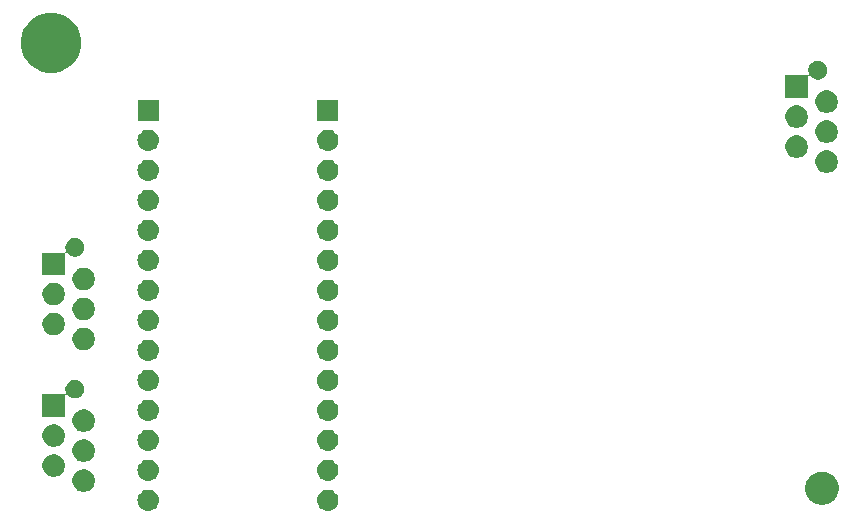
<source format=gbr>
G04 #@! TF.GenerationSoftware,KiCad,Pcbnew,5.1.3-ffb9f22~84~ubuntu18.04.1*
G04 #@! TF.CreationDate,2019-08-04T04:56:57-07:00*
G04 #@! TF.ProjectId,board,626f6172-642e-46b6-9963-61645f706362,rev?*
G04 #@! TF.SameCoordinates,Original*
G04 #@! TF.FileFunction,Soldermask,Bot*
G04 #@! TF.FilePolarity,Negative*
%FSLAX46Y46*%
G04 Gerber Fmt 4.6, Leading zero omitted, Abs format (unit mm)*
G04 Created by KiCad (PCBNEW 5.1.3-ffb9f22~84~ubuntu18.04.1) date 2019-08-04 04:56:57*
%MOMM*%
%LPD*%
G04 APERTURE LIST*
%ADD10C,0.100000*%
G04 APERTURE END LIST*
D10*
G36*
X159310443Y-85125519D02*
G01*
X159376627Y-85132037D01*
X159546466Y-85183557D01*
X159702991Y-85267222D01*
X159738729Y-85296552D01*
X159840186Y-85379814D01*
X159923448Y-85481271D01*
X159952778Y-85517009D01*
X160036443Y-85673534D01*
X160087963Y-85843373D01*
X160105359Y-86020000D01*
X160087963Y-86196627D01*
X160036443Y-86366466D01*
X159952778Y-86522991D01*
X159923448Y-86558729D01*
X159840186Y-86660186D01*
X159738729Y-86743448D01*
X159702991Y-86772778D01*
X159546466Y-86856443D01*
X159376627Y-86907963D01*
X159310443Y-86914481D01*
X159244260Y-86921000D01*
X159155740Y-86921000D01*
X159089557Y-86914481D01*
X159023373Y-86907963D01*
X158853534Y-86856443D01*
X158697009Y-86772778D01*
X158661271Y-86743448D01*
X158559814Y-86660186D01*
X158476552Y-86558729D01*
X158447222Y-86522991D01*
X158363557Y-86366466D01*
X158312037Y-86196627D01*
X158294641Y-86020000D01*
X158312037Y-85843373D01*
X158363557Y-85673534D01*
X158447222Y-85517009D01*
X158476552Y-85481271D01*
X158559814Y-85379814D01*
X158661271Y-85296552D01*
X158697009Y-85267222D01*
X158853534Y-85183557D01*
X159023373Y-85132037D01*
X159089557Y-85125519D01*
X159155740Y-85119000D01*
X159244260Y-85119000D01*
X159310443Y-85125519D01*
X159310443Y-85125519D01*
G37*
G36*
X144110443Y-85125519D02*
G01*
X144176627Y-85132037D01*
X144346466Y-85183557D01*
X144502991Y-85267222D01*
X144538729Y-85296552D01*
X144640186Y-85379814D01*
X144723448Y-85481271D01*
X144752778Y-85517009D01*
X144836443Y-85673534D01*
X144887963Y-85843373D01*
X144905359Y-86020000D01*
X144887963Y-86196627D01*
X144836443Y-86366466D01*
X144752778Y-86522991D01*
X144723448Y-86558729D01*
X144640186Y-86660186D01*
X144538729Y-86743448D01*
X144502991Y-86772778D01*
X144346466Y-86856443D01*
X144176627Y-86907963D01*
X144110443Y-86914481D01*
X144044260Y-86921000D01*
X143955740Y-86921000D01*
X143889557Y-86914481D01*
X143823373Y-86907963D01*
X143653534Y-86856443D01*
X143497009Y-86772778D01*
X143461271Y-86743448D01*
X143359814Y-86660186D01*
X143276552Y-86558729D01*
X143247222Y-86522991D01*
X143163557Y-86366466D01*
X143112037Y-86196627D01*
X143094641Y-86020000D01*
X143112037Y-85843373D01*
X143163557Y-85673534D01*
X143247222Y-85517009D01*
X143276552Y-85481271D01*
X143359814Y-85379814D01*
X143461271Y-85296552D01*
X143497009Y-85267222D01*
X143653534Y-85183557D01*
X143823373Y-85132037D01*
X143889557Y-85125519D01*
X143955740Y-85119000D01*
X144044260Y-85119000D01*
X144110443Y-85125519D01*
X144110443Y-85125519D01*
G37*
G36*
X201368433Y-83634893D02*
G01*
X201458657Y-83652839D01*
X201539257Y-83686225D01*
X201713621Y-83758449D01*
X201713622Y-83758450D01*
X201943086Y-83911772D01*
X202138228Y-84106914D01*
X202222327Y-84232778D01*
X202291551Y-84336379D01*
X202397161Y-84591344D01*
X202451000Y-84862012D01*
X202451000Y-85137988D01*
X202397161Y-85408656D01*
X202291551Y-85663621D01*
X202284927Y-85673534D01*
X202138228Y-85893086D01*
X201943086Y-86088228D01*
X201789763Y-86190675D01*
X201713621Y-86241551D01*
X201564267Y-86303415D01*
X201458657Y-86347161D01*
X201368433Y-86365107D01*
X201187988Y-86401000D01*
X200912012Y-86401000D01*
X200731567Y-86365107D01*
X200641343Y-86347161D01*
X200535733Y-86303415D01*
X200386379Y-86241551D01*
X200310237Y-86190675D01*
X200156914Y-86088228D01*
X199961772Y-85893086D01*
X199815073Y-85673534D01*
X199808449Y-85663621D01*
X199702839Y-85408656D01*
X199649000Y-85137988D01*
X199649000Y-84862012D01*
X199702839Y-84591344D01*
X199808449Y-84336379D01*
X199877673Y-84232778D01*
X199961772Y-84106914D01*
X200156914Y-83911772D01*
X200386378Y-83758450D01*
X200386379Y-83758449D01*
X200560743Y-83686225D01*
X200641343Y-83652839D01*
X200731567Y-83634893D01*
X200912012Y-83599000D01*
X201187988Y-83599000D01*
X201368433Y-83634893D01*
X201368433Y-83634893D01*
G37*
G36*
X138817395Y-83435546D02*
G01*
X138990466Y-83507234D01*
X139067818Y-83558919D01*
X139146227Y-83611310D01*
X139278690Y-83743773D01*
X139278691Y-83743775D01*
X139382766Y-83899534D01*
X139454454Y-84072605D01*
X139491000Y-84256333D01*
X139491000Y-84443667D01*
X139454454Y-84627395D01*
X139382766Y-84800466D01*
X139382765Y-84800467D01*
X139278690Y-84956227D01*
X139146227Y-85088690D01*
X139081353Y-85132037D01*
X138990466Y-85192766D01*
X138817395Y-85264454D01*
X138633667Y-85301000D01*
X138446333Y-85301000D01*
X138262605Y-85264454D01*
X138089534Y-85192766D01*
X137998647Y-85132037D01*
X137933773Y-85088690D01*
X137801310Y-84956227D01*
X137697235Y-84800467D01*
X137697234Y-84800466D01*
X137625546Y-84627395D01*
X137589000Y-84443667D01*
X137589000Y-84256333D01*
X137625546Y-84072605D01*
X137697234Y-83899534D01*
X137801309Y-83743775D01*
X137801310Y-83743773D01*
X137933773Y-83611310D01*
X138012182Y-83558919D01*
X138089534Y-83507234D01*
X138262605Y-83435546D01*
X138446333Y-83399000D01*
X138633667Y-83399000D01*
X138817395Y-83435546D01*
X138817395Y-83435546D01*
G37*
G36*
X159310442Y-82585518D02*
G01*
X159376627Y-82592037D01*
X159546466Y-82643557D01*
X159702991Y-82727222D01*
X159738729Y-82756552D01*
X159840186Y-82839814D01*
X159923448Y-82941271D01*
X159952778Y-82977009D01*
X160036443Y-83133534D01*
X160087963Y-83303373D01*
X160105359Y-83480000D01*
X160087963Y-83656627D01*
X160036443Y-83826466D01*
X159952778Y-83982991D01*
X159943371Y-83994453D01*
X159840186Y-84120186D01*
X159738729Y-84203448D01*
X159702991Y-84232778D01*
X159546466Y-84316443D01*
X159376627Y-84367963D01*
X159310443Y-84374481D01*
X159244260Y-84381000D01*
X159155740Y-84381000D01*
X159089557Y-84374481D01*
X159023373Y-84367963D01*
X158853534Y-84316443D01*
X158697009Y-84232778D01*
X158661271Y-84203448D01*
X158559814Y-84120186D01*
X158456629Y-83994453D01*
X158447222Y-83982991D01*
X158363557Y-83826466D01*
X158312037Y-83656627D01*
X158294641Y-83480000D01*
X158312037Y-83303373D01*
X158363557Y-83133534D01*
X158447222Y-82977009D01*
X158476552Y-82941271D01*
X158559814Y-82839814D01*
X158661271Y-82756552D01*
X158697009Y-82727222D01*
X158853534Y-82643557D01*
X159023373Y-82592037D01*
X159089558Y-82585518D01*
X159155740Y-82579000D01*
X159244260Y-82579000D01*
X159310442Y-82585518D01*
X159310442Y-82585518D01*
G37*
G36*
X144110442Y-82585518D02*
G01*
X144176627Y-82592037D01*
X144346466Y-82643557D01*
X144502991Y-82727222D01*
X144538729Y-82756552D01*
X144640186Y-82839814D01*
X144723448Y-82941271D01*
X144752778Y-82977009D01*
X144836443Y-83133534D01*
X144887963Y-83303373D01*
X144905359Y-83480000D01*
X144887963Y-83656627D01*
X144836443Y-83826466D01*
X144752778Y-83982991D01*
X144743371Y-83994453D01*
X144640186Y-84120186D01*
X144538729Y-84203448D01*
X144502991Y-84232778D01*
X144346466Y-84316443D01*
X144176627Y-84367963D01*
X144110443Y-84374481D01*
X144044260Y-84381000D01*
X143955740Y-84381000D01*
X143889557Y-84374481D01*
X143823373Y-84367963D01*
X143653534Y-84316443D01*
X143497009Y-84232778D01*
X143461271Y-84203448D01*
X143359814Y-84120186D01*
X143256629Y-83994453D01*
X143247222Y-83982991D01*
X143163557Y-83826466D01*
X143112037Y-83656627D01*
X143094641Y-83480000D01*
X143112037Y-83303373D01*
X143163557Y-83133534D01*
X143247222Y-82977009D01*
X143276552Y-82941271D01*
X143359814Y-82839814D01*
X143461271Y-82756552D01*
X143497009Y-82727222D01*
X143653534Y-82643557D01*
X143823373Y-82592037D01*
X143889558Y-82585518D01*
X143955740Y-82579000D01*
X144044260Y-82579000D01*
X144110442Y-82585518D01*
X144110442Y-82585518D01*
G37*
G36*
X136277395Y-82165546D02*
G01*
X136450466Y-82237234D01*
X136527818Y-82288919D01*
X136606227Y-82341310D01*
X136738690Y-82473773D01*
X136738691Y-82473775D01*
X136842766Y-82629534D01*
X136914454Y-82802605D01*
X136951000Y-82986333D01*
X136951000Y-83173667D01*
X136914454Y-83357395D01*
X136842766Y-83530466D01*
X136842765Y-83530467D01*
X136738690Y-83686227D01*
X136606227Y-83818690D01*
X136594589Y-83826466D01*
X136450466Y-83922766D01*
X136277395Y-83994454D01*
X136093667Y-84031000D01*
X135906333Y-84031000D01*
X135722605Y-83994454D01*
X135549534Y-83922766D01*
X135405411Y-83826466D01*
X135393773Y-83818690D01*
X135261310Y-83686227D01*
X135157235Y-83530467D01*
X135157234Y-83530466D01*
X135085546Y-83357395D01*
X135049000Y-83173667D01*
X135049000Y-82986333D01*
X135085546Y-82802605D01*
X135157234Y-82629534D01*
X135261309Y-82473775D01*
X135261310Y-82473773D01*
X135393773Y-82341310D01*
X135472182Y-82288919D01*
X135549534Y-82237234D01*
X135722605Y-82165546D01*
X135906333Y-82129000D01*
X136093667Y-82129000D01*
X136277395Y-82165546D01*
X136277395Y-82165546D01*
G37*
G36*
X138817395Y-80895546D02*
G01*
X138990466Y-80967234D01*
X139067818Y-81018919D01*
X139146227Y-81071310D01*
X139278690Y-81203773D01*
X139278691Y-81203775D01*
X139382766Y-81359534D01*
X139454454Y-81532605D01*
X139491000Y-81716333D01*
X139491000Y-81903667D01*
X139454454Y-82087395D01*
X139382766Y-82260466D01*
X139382765Y-82260467D01*
X139278690Y-82416227D01*
X139146227Y-82548690D01*
X139081353Y-82592037D01*
X138990466Y-82652766D01*
X138817395Y-82724454D01*
X138633667Y-82761000D01*
X138446333Y-82761000D01*
X138262605Y-82724454D01*
X138089534Y-82652766D01*
X137998647Y-82592037D01*
X137933773Y-82548690D01*
X137801310Y-82416227D01*
X137697235Y-82260467D01*
X137697234Y-82260466D01*
X137625546Y-82087395D01*
X137589000Y-81903667D01*
X137589000Y-81716333D01*
X137625546Y-81532605D01*
X137697234Y-81359534D01*
X137801309Y-81203775D01*
X137801310Y-81203773D01*
X137933773Y-81071310D01*
X138012182Y-81018919D01*
X138089534Y-80967234D01*
X138262605Y-80895546D01*
X138446333Y-80859000D01*
X138633667Y-80859000D01*
X138817395Y-80895546D01*
X138817395Y-80895546D01*
G37*
G36*
X159310443Y-80045519D02*
G01*
X159376627Y-80052037D01*
X159546466Y-80103557D01*
X159702991Y-80187222D01*
X159738729Y-80216552D01*
X159840186Y-80299814D01*
X159923448Y-80401271D01*
X159952778Y-80437009D01*
X160036443Y-80593534D01*
X160087963Y-80763373D01*
X160105359Y-80940000D01*
X160087963Y-81116627D01*
X160036443Y-81286466D01*
X159952778Y-81442991D01*
X159943371Y-81454453D01*
X159840186Y-81580186D01*
X159738729Y-81663448D01*
X159702991Y-81692778D01*
X159546466Y-81776443D01*
X159376627Y-81827963D01*
X159310443Y-81834481D01*
X159244260Y-81841000D01*
X159155740Y-81841000D01*
X159089557Y-81834481D01*
X159023373Y-81827963D01*
X158853534Y-81776443D01*
X158697009Y-81692778D01*
X158661271Y-81663448D01*
X158559814Y-81580186D01*
X158456629Y-81454453D01*
X158447222Y-81442991D01*
X158363557Y-81286466D01*
X158312037Y-81116627D01*
X158294641Y-80940000D01*
X158312037Y-80763373D01*
X158363557Y-80593534D01*
X158447222Y-80437009D01*
X158476552Y-80401271D01*
X158559814Y-80299814D01*
X158661271Y-80216552D01*
X158697009Y-80187222D01*
X158853534Y-80103557D01*
X159023373Y-80052037D01*
X159089557Y-80045519D01*
X159155740Y-80039000D01*
X159244260Y-80039000D01*
X159310443Y-80045519D01*
X159310443Y-80045519D01*
G37*
G36*
X144110443Y-80045519D02*
G01*
X144176627Y-80052037D01*
X144346466Y-80103557D01*
X144502991Y-80187222D01*
X144538729Y-80216552D01*
X144640186Y-80299814D01*
X144723448Y-80401271D01*
X144752778Y-80437009D01*
X144836443Y-80593534D01*
X144887963Y-80763373D01*
X144905359Y-80940000D01*
X144887963Y-81116627D01*
X144836443Y-81286466D01*
X144752778Y-81442991D01*
X144743371Y-81454453D01*
X144640186Y-81580186D01*
X144538729Y-81663448D01*
X144502991Y-81692778D01*
X144346466Y-81776443D01*
X144176627Y-81827963D01*
X144110443Y-81834481D01*
X144044260Y-81841000D01*
X143955740Y-81841000D01*
X143889557Y-81834481D01*
X143823373Y-81827963D01*
X143653534Y-81776443D01*
X143497009Y-81692778D01*
X143461271Y-81663448D01*
X143359814Y-81580186D01*
X143256629Y-81454453D01*
X143247222Y-81442991D01*
X143163557Y-81286466D01*
X143112037Y-81116627D01*
X143094641Y-80940000D01*
X143112037Y-80763373D01*
X143163557Y-80593534D01*
X143247222Y-80437009D01*
X143276552Y-80401271D01*
X143359814Y-80299814D01*
X143461271Y-80216552D01*
X143497009Y-80187222D01*
X143653534Y-80103557D01*
X143823373Y-80052037D01*
X143889557Y-80045519D01*
X143955740Y-80039000D01*
X144044260Y-80039000D01*
X144110443Y-80045519D01*
X144110443Y-80045519D01*
G37*
G36*
X136277395Y-79625546D02*
G01*
X136450466Y-79697234D01*
X136527818Y-79748919D01*
X136606227Y-79801310D01*
X136738690Y-79933773D01*
X136738691Y-79933775D01*
X136842766Y-80089534D01*
X136914454Y-80262605D01*
X136951000Y-80446333D01*
X136951000Y-80633667D01*
X136914454Y-80817395D01*
X136842766Y-80990466D01*
X136842765Y-80990467D01*
X136738690Y-81146227D01*
X136606227Y-81278690D01*
X136594589Y-81286466D01*
X136450466Y-81382766D01*
X136277395Y-81454454D01*
X136093667Y-81491000D01*
X135906333Y-81491000D01*
X135722605Y-81454454D01*
X135549534Y-81382766D01*
X135405411Y-81286466D01*
X135393773Y-81278690D01*
X135261310Y-81146227D01*
X135157235Y-80990467D01*
X135157234Y-80990466D01*
X135085546Y-80817395D01*
X135049000Y-80633667D01*
X135049000Y-80446333D01*
X135085546Y-80262605D01*
X135157234Y-80089534D01*
X135261309Y-79933775D01*
X135261310Y-79933773D01*
X135393773Y-79801310D01*
X135472182Y-79748919D01*
X135549534Y-79697234D01*
X135722605Y-79625546D01*
X135906333Y-79589000D01*
X136093667Y-79589000D01*
X136277395Y-79625546D01*
X136277395Y-79625546D01*
G37*
G36*
X138817395Y-78355546D02*
G01*
X138990466Y-78427234D01*
X138990467Y-78427235D01*
X139146227Y-78531310D01*
X139278690Y-78663773D01*
X139278691Y-78663775D01*
X139382766Y-78819534D01*
X139454454Y-78992605D01*
X139491000Y-79176333D01*
X139491000Y-79363667D01*
X139454454Y-79547395D01*
X139382766Y-79720466D01*
X139382765Y-79720467D01*
X139278690Y-79876227D01*
X139146227Y-80008690D01*
X139081353Y-80052037D01*
X138990466Y-80112766D01*
X138817395Y-80184454D01*
X138633667Y-80221000D01*
X138446333Y-80221000D01*
X138262605Y-80184454D01*
X138089534Y-80112766D01*
X137998647Y-80052037D01*
X137933773Y-80008690D01*
X137801310Y-79876227D01*
X137697235Y-79720467D01*
X137697234Y-79720466D01*
X137625546Y-79547395D01*
X137589000Y-79363667D01*
X137589000Y-79176333D01*
X137625546Y-78992605D01*
X137697234Y-78819534D01*
X137801309Y-78663775D01*
X137801310Y-78663773D01*
X137933773Y-78531310D01*
X138089533Y-78427235D01*
X138089534Y-78427234D01*
X138262605Y-78355546D01*
X138446333Y-78319000D01*
X138633667Y-78319000D01*
X138817395Y-78355546D01*
X138817395Y-78355546D01*
G37*
G36*
X159310443Y-77505519D02*
G01*
X159376627Y-77512037D01*
X159546466Y-77563557D01*
X159702991Y-77647222D01*
X159738729Y-77676552D01*
X159840186Y-77759814D01*
X159923448Y-77861271D01*
X159952778Y-77897009D01*
X160036443Y-78053534D01*
X160087963Y-78223373D01*
X160105359Y-78400000D01*
X160087963Y-78576627D01*
X160036443Y-78746466D01*
X159952778Y-78902991D01*
X159923448Y-78938729D01*
X159840186Y-79040186D01*
X159738729Y-79123448D01*
X159702991Y-79152778D01*
X159546466Y-79236443D01*
X159376627Y-79287963D01*
X159310442Y-79294482D01*
X159244260Y-79301000D01*
X159155740Y-79301000D01*
X159089558Y-79294482D01*
X159023373Y-79287963D01*
X158853534Y-79236443D01*
X158697009Y-79152778D01*
X158661271Y-79123448D01*
X158559814Y-79040186D01*
X158476552Y-78938729D01*
X158447222Y-78902991D01*
X158363557Y-78746466D01*
X158312037Y-78576627D01*
X158294641Y-78400000D01*
X158312037Y-78223373D01*
X158363557Y-78053534D01*
X158447222Y-77897009D01*
X158476552Y-77861271D01*
X158559814Y-77759814D01*
X158661271Y-77676552D01*
X158697009Y-77647222D01*
X158853534Y-77563557D01*
X159023373Y-77512037D01*
X159089557Y-77505519D01*
X159155740Y-77499000D01*
X159244260Y-77499000D01*
X159310443Y-77505519D01*
X159310443Y-77505519D01*
G37*
G36*
X144110443Y-77505519D02*
G01*
X144176627Y-77512037D01*
X144346466Y-77563557D01*
X144502991Y-77647222D01*
X144538729Y-77676552D01*
X144640186Y-77759814D01*
X144723448Y-77861271D01*
X144752778Y-77897009D01*
X144836443Y-78053534D01*
X144887963Y-78223373D01*
X144905359Y-78400000D01*
X144887963Y-78576627D01*
X144836443Y-78746466D01*
X144752778Y-78902991D01*
X144723448Y-78938729D01*
X144640186Y-79040186D01*
X144538729Y-79123448D01*
X144502991Y-79152778D01*
X144346466Y-79236443D01*
X144176627Y-79287963D01*
X144110442Y-79294482D01*
X144044260Y-79301000D01*
X143955740Y-79301000D01*
X143889558Y-79294482D01*
X143823373Y-79287963D01*
X143653534Y-79236443D01*
X143497009Y-79152778D01*
X143461271Y-79123448D01*
X143359814Y-79040186D01*
X143276552Y-78938729D01*
X143247222Y-78902991D01*
X143163557Y-78746466D01*
X143112037Y-78576627D01*
X143094641Y-78400000D01*
X143112037Y-78223373D01*
X143163557Y-78053534D01*
X143247222Y-77897009D01*
X143276552Y-77861271D01*
X143359814Y-77759814D01*
X143461271Y-77676552D01*
X143497009Y-77647222D01*
X143653534Y-77563557D01*
X143823373Y-77512037D01*
X143889557Y-77505519D01*
X143955740Y-77499000D01*
X144044260Y-77499000D01*
X144110443Y-77505519D01*
X144110443Y-77505519D01*
G37*
G36*
X138033657Y-75829733D02*
G01*
X138179438Y-75890118D01*
X138179439Y-75890119D01*
X138310640Y-75977784D01*
X138422216Y-76089360D01*
X138422217Y-76089362D01*
X138509882Y-76220562D01*
X138570267Y-76366343D01*
X138601050Y-76521102D01*
X138601050Y-76678898D01*
X138570267Y-76833657D01*
X138509882Y-76979438D01*
X138509881Y-76979439D01*
X138422216Y-77110640D01*
X138310640Y-77222216D01*
X138244594Y-77266346D01*
X138179438Y-77309882D01*
X138033657Y-77370267D01*
X137878898Y-77401050D01*
X137721102Y-77401050D01*
X137566343Y-77370267D01*
X137420562Y-77309882D01*
X137355406Y-77266346D01*
X137289360Y-77222216D01*
X137177784Y-77110640D01*
X137177782Y-77110637D01*
X137175048Y-77107903D01*
X137164386Y-77094912D01*
X137145444Y-77079367D01*
X137123833Y-77067816D01*
X137100384Y-77060703D01*
X137075998Y-77058301D01*
X137051612Y-77060703D01*
X137028163Y-77067816D01*
X137006553Y-77079367D01*
X136987611Y-77094913D01*
X136972066Y-77113855D01*
X136960515Y-77135466D01*
X136953402Y-77158915D01*
X136951000Y-77183300D01*
X136951000Y-78951000D01*
X135049000Y-78951000D01*
X135049000Y-77049000D01*
X136931857Y-77049000D01*
X136956243Y-77046598D01*
X136979692Y-77039485D01*
X137001303Y-77027934D01*
X137020245Y-77012389D01*
X137035790Y-76993447D01*
X137047341Y-76971836D01*
X137054454Y-76948387D01*
X137056856Y-76924001D01*
X137054454Y-76899615D01*
X137047341Y-76876165D01*
X137029733Y-76833655D01*
X136998950Y-76678898D01*
X136998950Y-76521102D01*
X137029733Y-76366343D01*
X137090118Y-76220562D01*
X137177783Y-76089362D01*
X137177784Y-76089360D01*
X137289360Y-75977784D01*
X137420561Y-75890119D01*
X137420562Y-75890118D01*
X137566343Y-75829733D01*
X137721102Y-75798950D01*
X137878898Y-75798950D01*
X138033657Y-75829733D01*
X138033657Y-75829733D01*
G37*
G36*
X159310442Y-74965518D02*
G01*
X159376627Y-74972037D01*
X159546466Y-75023557D01*
X159702991Y-75107222D01*
X159738729Y-75136552D01*
X159840186Y-75219814D01*
X159923448Y-75321271D01*
X159952778Y-75357009D01*
X160036443Y-75513534D01*
X160087963Y-75683373D01*
X160105359Y-75860000D01*
X160087963Y-76036627D01*
X160071966Y-76089362D01*
X160036442Y-76206468D01*
X159994610Y-76284729D01*
X159952778Y-76362991D01*
X159923448Y-76398729D01*
X159840186Y-76500186D01*
X159738729Y-76583448D01*
X159702991Y-76612778D01*
X159546466Y-76696443D01*
X159376627Y-76747963D01*
X159310443Y-76754481D01*
X159244260Y-76761000D01*
X159155740Y-76761000D01*
X159089557Y-76754481D01*
X159023373Y-76747963D01*
X158853534Y-76696443D01*
X158697009Y-76612778D01*
X158661271Y-76583448D01*
X158559814Y-76500186D01*
X158476552Y-76398729D01*
X158447222Y-76362991D01*
X158405390Y-76284729D01*
X158363558Y-76206468D01*
X158328034Y-76089362D01*
X158312037Y-76036627D01*
X158294641Y-75860000D01*
X158312037Y-75683373D01*
X158363557Y-75513534D01*
X158447222Y-75357009D01*
X158476552Y-75321271D01*
X158559814Y-75219814D01*
X158661271Y-75136552D01*
X158697009Y-75107222D01*
X158853534Y-75023557D01*
X159023373Y-74972037D01*
X159089558Y-74965518D01*
X159155740Y-74959000D01*
X159244260Y-74959000D01*
X159310442Y-74965518D01*
X159310442Y-74965518D01*
G37*
G36*
X144110442Y-74965518D02*
G01*
X144176627Y-74972037D01*
X144346466Y-75023557D01*
X144502991Y-75107222D01*
X144538729Y-75136552D01*
X144640186Y-75219814D01*
X144723448Y-75321271D01*
X144752778Y-75357009D01*
X144836443Y-75513534D01*
X144887963Y-75683373D01*
X144905359Y-75860000D01*
X144887963Y-76036627D01*
X144871966Y-76089362D01*
X144836442Y-76206468D01*
X144794610Y-76284729D01*
X144752778Y-76362991D01*
X144723448Y-76398729D01*
X144640186Y-76500186D01*
X144538729Y-76583448D01*
X144502991Y-76612778D01*
X144346466Y-76696443D01*
X144176627Y-76747963D01*
X144110443Y-76754481D01*
X144044260Y-76761000D01*
X143955740Y-76761000D01*
X143889557Y-76754481D01*
X143823373Y-76747963D01*
X143653534Y-76696443D01*
X143497009Y-76612778D01*
X143461271Y-76583448D01*
X143359814Y-76500186D01*
X143276552Y-76398729D01*
X143247222Y-76362991D01*
X143205390Y-76284729D01*
X143163558Y-76206468D01*
X143128034Y-76089362D01*
X143112037Y-76036627D01*
X143094641Y-75860000D01*
X143112037Y-75683373D01*
X143163557Y-75513534D01*
X143247222Y-75357009D01*
X143276552Y-75321271D01*
X143359814Y-75219814D01*
X143461271Y-75136552D01*
X143497009Y-75107222D01*
X143653534Y-75023557D01*
X143823373Y-74972037D01*
X143889558Y-74965518D01*
X143955740Y-74959000D01*
X144044260Y-74959000D01*
X144110442Y-74965518D01*
X144110442Y-74965518D01*
G37*
G36*
X159310442Y-72425518D02*
G01*
X159376627Y-72432037D01*
X159546466Y-72483557D01*
X159702991Y-72567222D01*
X159738729Y-72596552D01*
X159840186Y-72679814D01*
X159923448Y-72781271D01*
X159952778Y-72817009D01*
X160036443Y-72973534D01*
X160087963Y-73143373D01*
X160105359Y-73320000D01*
X160087963Y-73496627D01*
X160036443Y-73666466D01*
X159952778Y-73822991D01*
X159923448Y-73858729D01*
X159840186Y-73960186D01*
X159738729Y-74043448D01*
X159702991Y-74072778D01*
X159546466Y-74156443D01*
X159376627Y-74207963D01*
X159310442Y-74214482D01*
X159244260Y-74221000D01*
X159155740Y-74221000D01*
X159089558Y-74214482D01*
X159023373Y-74207963D01*
X158853534Y-74156443D01*
X158697009Y-74072778D01*
X158661271Y-74043448D01*
X158559814Y-73960186D01*
X158476552Y-73858729D01*
X158447222Y-73822991D01*
X158363557Y-73666466D01*
X158312037Y-73496627D01*
X158294641Y-73320000D01*
X158312037Y-73143373D01*
X158363557Y-72973534D01*
X158447222Y-72817009D01*
X158476552Y-72781271D01*
X158559814Y-72679814D01*
X158661271Y-72596552D01*
X158697009Y-72567222D01*
X158853534Y-72483557D01*
X159023373Y-72432037D01*
X159089558Y-72425518D01*
X159155740Y-72419000D01*
X159244260Y-72419000D01*
X159310442Y-72425518D01*
X159310442Y-72425518D01*
G37*
G36*
X144110442Y-72425518D02*
G01*
X144176627Y-72432037D01*
X144346466Y-72483557D01*
X144502991Y-72567222D01*
X144538729Y-72596552D01*
X144640186Y-72679814D01*
X144723448Y-72781271D01*
X144752778Y-72817009D01*
X144836443Y-72973534D01*
X144887963Y-73143373D01*
X144905359Y-73320000D01*
X144887963Y-73496627D01*
X144836443Y-73666466D01*
X144752778Y-73822991D01*
X144723448Y-73858729D01*
X144640186Y-73960186D01*
X144538729Y-74043448D01*
X144502991Y-74072778D01*
X144346466Y-74156443D01*
X144176627Y-74207963D01*
X144110442Y-74214482D01*
X144044260Y-74221000D01*
X143955740Y-74221000D01*
X143889558Y-74214482D01*
X143823373Y-74207963D01*
X143653534Y-74156443D01*
X143497009Y-74072778D01*
X143461271Y-74043448D01*
X143359814Y-73960186D01*
X143276552Y-73858729D01*
X143247222Y-73822991D01*
X143163557Y-73666466D01*
X143112037Y-73496627D01*
X143094641Y-73320000D01*
X143112037Y-73143373D01*
X143163557Y-72973534D01*
X143247222Y-72817009D01*
X143276552Y-72781271D01*
X143359814Y-72679814D01*
X143461271Y-72596552D01*
X143497009Y-72567222D01*
X143653534Y-72483557D01*
X143823373Y-72432037D01*
X143889558Y-72425518D01*
X143955740Y-72419000D01*
X144044260Y-72419000D01*
X144110442Y-72425518D01*
X144110442Y-72425518D01*
G37*
G36*
X138817395Y-71435546D02*
G01*
X138990466Y-71507234D01*
X139067818Y-71558919D01*
X139146227Y-71611310D01*
X139278690Y-71743773D01*
X139278691Y-71743775D01*
X139382766Y-71899534D01*
X139454454Y-72072605D01*
X139491000Y-72256333D01*
X139491000Y-72443667D01*
X139454454Y-72627395D01*
X139382766Y-72800466D01*
X139382765Y-72800467D01*
X139278690Y-72956227D01*
X139146227Y-73088690D01*
X139067818Y-73141081D01*
X138990466Y-73192766D01*
X138817395Y-73264454D01*
X138633667Y-73301000D01*
X138446333Y-73301000D01*
X138262605Y-73264454D01*
X138089534Y-73192766D01*
X138012182Y-73141081D01*
X137933773Y-73088690D01*
X137801310Y-72956227D01*
X137697235Y-72800467D01*
X137697234Y-72800466D01*
X137625546Y-72627395D01*
X137589000Y-72443667D01*
X137589000Y-72256333D01*
X137625546Y-72072605D01*
X137697234Y-71899534D01*
X137801309Y-71743775D01*
X137801310Y-71743773D01*
X137933773Y-71611310D01*
X138012182Y-71558919D01*
X138089534Y-71507234D01*
X138262605Y-71435546D01*
X138446333Y-71399000D01*
X138633667Y-71399000D01*
X138817395Y-71435546D01*
X138817395Y-71435546D01*
G37*
G36*
X136277395Y-70165546D02*
G01*
X136450466Y-70237234D01*
X136509993Y-70277009D01*
X136606227Y-70341310D01*
X136738690Y-70473773D01*
X136738691Y-70473775D01*
X136842766Y-70629534D01*
X136914454Y-70802605D01*
X136951000Y-70986333D01*
X136951000Y-71173667D01*
X136914454Y-71357395D01*
X136842766Y-71530466D01*
X136791081Y-71607818D01*
X136738690Y-71686227D01*
X136606227Y-71818690D01*
X136527818Y-71871081D01*
X136450466Y-71922766D01*
X136277395Y-71994454D01*
X136093667Y-72031000D01*
X135906333Y-72031000D01*
X135722605Y-71994454D01*
X135549534Y-71922766D01*
X135472182Y-71871081D01*
X135393773Y-71818690D01*
X135261310Y-71686227D01*
X135208919Y-71607818D01*
X135157234Y-71530466D01*
X135085546Y-71357395D01*
X135049000Y-71173667D01*
X135049000Y-70986333D01*
X135085546Y-70802605D01*
X135157234Y-70629534D01*
X135261309Y-70473775D01*
X135261310Y-70473773D01*
X135393773Y-70341310D01*
X135490007Y-70277009D01*
X135549534Y-70237234D01*
X135722605Y-70165546D01*
X135906333Y-70129000D01*
X136093667Y-70129000D01*
X136277395Y-70165546D01*
X136277395Y-70165546D01*
G37*
G36*
X144110443Y-69885519D02*
G01*
X144176627Y-69892037D01*
X144346466Y-69943557D01*
X144502991Y-70027222D01*
X144538729Y-70056552D01*
X144640186Y-70139814D01*
X144720135Y-70237234D01*
X144752778Y-70277009D01*
X144836443Y-70433534D01*
X144887963Y-70603373D01*
X144905359Y-70780000D01*
X144887963Y-70956627D01*
X144836443Y-71126466D01*
X144752778Y-71282991D01*
X144723448Y-71318729D01*
X144640186Y-71420186D01*
X144538729Y-71503448D01*
X144502991Y-71532778D01*
X144346466Y-71616443D01*
X144176627Y-71667963D01*
X144110443Y-71674481D01*
X144044260Y-71681000D01*
X143955740Y-71681000D01*
X143889557Y-71674481D01*
X143823373Y-71667963D01*
X143653534Y-71616443D01*
X143497009Y-71532778D01*
X143461271Y-71503448D01*
X143359814Y-71420186D01*
X143276552Y-71318729D01*
X143247222Y-71282991D01*
X143163557Y-71126466D01*
X143112037Y-70956627D01*
X143094641Y-70780000D01*
X143112037Y-70603373D01*
X143163557Y-70433534D01*
X143247222Y-70277009D01*
X143279865Y-70237234D01*
X143359814Y-70139814D01*
X143461271Y-70056552D01*
X143497009Y-70027222D01*
X143653534Y-69943557D01*
X143823373Y-69892037D01*
X143889557Y-69885519D01*
X143955740Y-69879000D01*
X144044260Y-69879000D01*
X144110443Y-69885519D01*
X144110443Y-69885519D01*
G37*
G36*
X159310443Y-69885519D02*
G01*
X159376627Y-69892037D01*
X159546466Y-69943557D01*
X159702991Y-70027222D01*
X159738729Y-70056552D01*
X159840186Y-70139814D01*
X159920135Y-70237234D01*
X159952778Y-70277009D01*
X160036443Y-70433534D01*
X160087963Y-70603373D01*
X160105359Y-70780000D01*
X160087963Y-70956627D01*
X160036443Y-71126466D01*
X159952778Y-71282991D01*
X159923448Y-71318729D01*
X159840186Y-71420186D01*
X159738729Y-71503448D01*
X159702991Y-71532778D01*
X159546466Y-71616443D01*
X159376627Y-71667963D01*
X159310443Y-71674481D01*
X159244260Y-71681000D01*
X159155740Y-71681000D01*
X159089557Y-71674481D01*
X159023373Y-71667963D01*
X158853534Y-71616443D01*
X158697009Y-71532778D01*
X158661271Y-71503448D01*
X158559814Y-71420186D01*
X158476552Y-71318729D01*
X158447222Y-71282991D01*
X158363557Y-71126466D01*
X158312037Y-70956627D01*
X158294641Y-70780000D01*
X158312037Y-70603373D01*
X158363557Y-70433534D01*
X158447222Y-70277009D01*
X158479865Y-70237234D01*
X158559814Y-70139814D01*
X158661271Y-70056552D01*
X158697009Y-70027222D01*
X158853534Y-69943557D01*
X159023373Y-69892037D01*
X159089557Y-69885519D01*
X159155740Y-69879000D01*
X159244260Y-69879000D01*
X159310443Y-69885519D01*
X159310443Y-69885519D01*
G37*
G36*
X138817395Y-68895546D02*
G01*
X138990466Y-68967234D01*
X139067818Y-69018919D01*
X139146227Y-69071310D01*
X139278690Y-69203773D01*
X139278691Y-69203775D01*
X139382766Y-69359534D01*
X139454454Y-69532605D01*
X139491000Y-69716333D01*
X139491000Y-69903667D01*
X139454454Y-70087395D01*
X139382766Y-70260466D01*
X139382765Y-70260467D01*
X139278690Y-70416227D01*
X139146227Y-70548690D01*
X139067818Y-70601081D01*
X138990466Y-70652766D01*
X138817395Y-70724454D01*
X138633667Y-70761000D01*
X138446333Y-70761000D01*
X138262605Y-70724454D01*
X138089534Y-70652766D01*
X138012182Y-70601081D01*
X137933773Y-70548690D01*
X137801310Y-70416227D01*
X137697235Y-70260467D01*
X137697234Y-70260466D01*
X137625546Y-70087395D01*
X137589000Y-69903667D01*
X137589000Y-69716333D01*
X137625546Y-69532605D01*
X137697234Y-69359534D01*
X137801309Y-69203775D01*
X137801310Y-69203773D01*
X137933773Y-69071310D01*
X138012182Y-69018919D01*
X138089534Y-68967234D01*
X138262605Y-68895546D01*
X138446333Y-68859000D01*
X138633667Y-68859000D01*
X138817395Y-68895546D01*
X138817395Y-68895546D01*
G37*
G36*
X136277395Y-67625546D02*
G01*
X136450466Y-67697234D01*
X136509993Y-67737009D01*
X136606227Y-67801310D01*
X136738690Y-67933773D01*
X136738691Y-67933775D01*
X136842766Y-68089534D01*
X136914454Y-68262605D01*
X136951000Y-68446333D01*
X136951000Y-68633667D01*
X136914454Y-68817395D01*
X136842766Y-68990466D01*
X136791081Y-69067818D01*
X136738690Y-69146227D01*
X136606227Y-69278690D01*
X136527818Y-69331081D01*
X136450466Y-69382766D01*
X136277395Y-69454454D01*
X136093667Y-69491000D01*
X135906333Y-69491000D01*
X135722605Y-69454454D01*
X135549534Y-69382766D01*
X135472182Y-69331081D01*
X135393773Y-69278690D01*
X135261310Y-69146227D01*
X135208919Y-69067818D01*
X135157234Y-68990466D01*
X135085546Y-68817395D01*
X135049000Y-68633667D01*
X135049000Y-68446333D01*
X135085546Y-68262605D01*
X135157234Y-68089534D01*
X135261309Y-67933775D01*
X135261310Y-67933773D01*
X135393773Y-67801310D01*
X135490007Y-67737009D01*
X135549534Y-67697234D01*
X135722605Y-67625546D01*
X135906333Y-67589000D01*
X136093667Y-67589000D01*
X136277395Y-67625546D01*
X136277395Y-67625546D01*
G37*
G36*
X159310442Y-67345518D02*
G01*
X159376627Y-67352037D01*
X159546466Y-67403557D01*
X159702991Y-67487222D01*
X159738729Y-67516552D01*
X159840186Y-67599814D01*
X159920135Y-67697234D01*
X159952778Y-67737009D01*
X160036443Y-67893534D01*
X160087963Y-68063373D01*
X160105359Y-68240000D01*
X160087963Y-68416627D01*
X160036443Y-68586466D01*
X159952778Y-68742991D01*
X159923448Y-68778729D01*
X159840186Y-68880186D01*
X159738729Y-68963448D01*
X159702991Y-68992778D01*
X159546466Y-69076443D01*
X159376627Y-69127963D01*
X159310443Y-69134481D01*
X159244260Y-69141000D01*
X159155740Y-69141000D01*
X159089557Y-69134481D01*
X159023373Y-69127963D01*
X158853534Y-69076443D01*
X158697009Y-68992778D01*
X158661271Y-68963448D01*
X158559814Y-68880186D01*
X158476552Y-68778729D01*
X158447222Y-68742991D01*
X158363557Y-68586466D01*
X158312037Y-68416627D01*
X158294641Y-68240000D01*
X158312037Y-68063373D01*
X158363557Y-67893534D01*
X158447222Y-67737009D01*
X158479865Y-67697234D01*
X158559814Y-67599814D01*
X158661271Y-67516552D01*
X158697009Y-67487222D01*
X158853534Y-67403557D01*
X159023373Y-67352037D01*
X159089558Y-67345518D01*
X159155740Y-67339000D01*
X159244260Y-67339000D01*
X159310442Y-67345518D01*
X159310442Y-67345518D01*
G37*
G36*
X144110442Y-67345518D02*
G01*
X144176627Y-67352037D01*
X144346466Y-67403557D01*
X144502991Y-67487222D01*
X144538729Y-67516552D01*
X144640186Y-67599814D01*
X144720135Y-67697234D01*
X144752778Y-67737009D01*
X144836443Y-67893534D01*
X144887963Y-68063373D01*
X144905359Y-68240000D01*
X144887963Y-68416627D01*
X144836443Y-68586466D01*
X144752778Y-68742991D01*
X144723448Y-68778729D01*
X144640186Y-68880186D01*
X144538729Y-68963448D01*
X144502991Y-68992778D01*
X144346466Y-69076443D01*
X144176627Y-69127963D01*
X144110443Y-69134481D01*
X144044260Y-69141000D01*
X143955740Y-69141000D01*
X143889557Y-69134481D01*
X143823373Y-69127963D01*
X143653534Y-69076443D01*
X143497009Y-68992778D01*
X143461271Y-68963448D01*
X143359814Y-68880186D01*
X143276552Y-68778729D01*
X143247222Y-68742991D01*
X143163557Y-68586466D01*
X143112037Y-68416627D01*
X143094641Y-68240000D01*
X143112037Y-68063373D01*
X143163557Y-67893534D01*
X143247222Y-67737009D01*
X143279865Y-67697234D01*
X143359814Y-67599814D01*
X143461271Y-67516552D01*
X143497009Y-67487222D01*
X143653534Y-67403557D01*
X143823373Y-67352037D01*
X143889558Y-67345518D01*
X143955740Y-67339000D01*
X144044260Y-67339000D01*
X144110442Y-67345518D01*
X144110442Y-67345518D01*
G37*
G36*
X138817395Y-66355546D02*
G01*
X138990466Y-66427234D01*
X139067818Y-66478919D01*
X139146227Y-66531310D01*
X139278690Y-66663773D01*
X139278691Y-66663775D01*
X139382766Y-66819534D01*
X139454454Y-66992605D01*
X139491000Y-67176333D01*
X139491000Y-67363667D01*
X139454454Y-67547395D01*
X139382766Y-67720466D01*
X139382765Y-67720467D01*
X139278690Y-67876227D01*
X139146227Y-68008690D01*
X139067818Y-68061081D01*
X138990466Y-68112766D01*
X138817395Y-68184454D01*
X138633667Y-68221000D01*
X138446333Y-68221000D01*
X138262605Y-68184454D01*
X138089534Y-68112766D01*
X138012182Y-68061081D01*
X137933773Y-68008690D01*
X137801310Y-67876227D01*
X137697235Y-67720467D01*
X137697234Y-67720466D01*
X137625546Y-67547395D01*
X137589000Y-67363667D01*
X137589000Y-67176333D01*
X137625546Y-66992605D01*
X137697234Y-66819534D01*
X137801309Y-66663775D01*
X137801310Y-66663773D01*
X137933773Y-66531310D01*
X138012182Y-66478919D01*
X138089534Y-66427234D01*
X138262605Y-66355546D01*
X138446333Y-66319000D01*
X138633667Y-66319000D01*
X138817395Y-66355546D01*
X138817395Y-66355546D01*
G37*
G36*
X138033657Y-63829733D02*
G01*
X138179438Y-63890118D01*
X138244594Y-63933654D01*
X138310640Y-63977784D01*
X138422216Y-64089360D01*
X138422217Y-64089362D01*
X138509882Y-64220562D01*
X138570267Y-64366343D01*
X138601050Y-64521102D01*
X138601050Y-64678898D01*
X138570267Y-64833657D01*
X138509882Y-64979438D01*
X138509881Y-64979439D01*
X138422216Y-65110640D01*
X138310640Y-65222216D01*
X138244594Y-65266346D01*
X138179438Y-65309882D01*
X138033657Y-65370267D01*
X137878898Y-65401050D01*
X137721102Y-65401050D01*
X137566343Y-65370267D01*
X137420562Y-65309882D01*
X137355406Y-65266346D01*
X137289360Y-65222216D01*
X137177784Y-65110640D01*
X137177782Y-65110637D01*
X137175048Y-65107903D01*
X137164386Y-65094912D01*
X137145444Y-65079367D01*
X137123833Y-65067816D01*
X137100384Y-65060703D01*
X137075998Y-65058301D01*
X137051612Y-65060703D01*
X137028163Y-65067816D01*
X137006553Y-65079367D01*
X136987611Y-65094913D01*
X136972066Y-65113855D01*
X136960515Y-65135466D01*
X136953402Y-65158915D01*
X136951000Y-65183300D01*
X136951000Y-66951000D01*
X135049000Y-66951000D01*
X135049000Y-65049000D01*
X136931857Y-65049000D01*
X136956243Y-65046598D01*
X136979692Y-65039485D01*
X137001303Y-65027934D01*
X137020245Y-65012389D01*
X137035790Y-64993447D01*
X137047341Y-64971836D01*
X137054454Y-64948387D01*
X137056856Y-64924001D01*
X137054454Y-64899615D01*
X137047341Y-64876165D01*
X137029733Y-64833655D01*
X136998950Y-64678898D01*
X136998950Y-64521102D01*
X137029733Y-64366343D01*
X137090118Y-64220562D01*
X137177783Y-64089362D01*
X137177784Y-64089360D01*
X137289360Y-63977784D01*
X137355406Y-63933654D01*
X137420562Y-63890118D01*
X137566343Y-63829733D01*
X137721102Y-63798950D01*
X137878898Y-63798950D01*
X138033657Y-63829733D01*
X138033657Y-63829733D01*
G37*
G36*
X159310442Y-64805518D02*
G01*
X159376627Y-64812037D01*
X159546466Y-64863557D01*
X159702991Y-64947222D01*
X159732983Y-64971836D01*
X159840186Y-65059814D01*
X159902271Y-65135466D01*
X159952778Y-65197009D01*
X160036443Y-65353534D01*
X160087963Y-65523373D01*
X160105359Y-65700000D01*
X160087963Y-65876627D01*
X160036443Y-66046466D01*
X159952778Y-66202991D01*
X159923448Y-66238729D01*
X159840186Y-66340186D01*
X159738729Y-66423448D01*
X159702991Y-66452778D01*
X159546466Y-66536443D01*
X159376627Y-66587963D01*
X159310442Y-66594482D01*
X159244260Y-66601000D01*
X159155740Y-66601000D01*
X159089558Y-66594482D01*
X159023373Y-66587963D01*
X158853534Y-66536443D01*
X158697009Y-66452778D01*
X158661271Y-66423448D01*
X158559814Y-66340186D01*
X158476552Y-66238729D01*
X158447222Y-66202991D01*
X158363557Y-66046466D01*
X158312037Y-65876627D01*
X158294641Y-65700000D01*
X158312037Y-65523373D01*
X158363557Y-65353534D01*
X158447222Y-65197009D01*
X158497729Y-65135466D01*
X158559814Y-65059814D01*
X158667017Y-64971836D01*
X158697009Y-64947222D01*
X158853534Y-64863557D01*
X159023373Y-64812037D01*
X159089558Y-64805518D01*
X159155740Y-64799000D01*
X159244260Y-64799000D01*
X159310442Y-64805518D01*
X159310442Y-64805518D01*
G37*
G36*
X144110442Y-64805518D02*
G01*
X144176627Y-64812037D01*
X144346466Y-64863557D01*
X144502991Y-64947222D01*
X144532983Y-64971836D01*
X144640186Y-65059814D01*
X144702271Y-65135466D01*
X144752778Y-65197009D01*
X144836443Y-65353534D01*
X144887963Y-65523373D01*
X144905359Y-65700000D01*
X144887963Y-65876627D01*
X144836443Y-66046466D01*
X144752778Y-66202991D01*
X144723448Y-66238729D01*
X144640186Y-66340186D01*
X144538729Y-66423448D01*
X144502991Y-66452778D01*
X144346466Y-66536443D01*
X144176627Y-66587963D01*
X144110442Y-66594482D01*
X144044260Y-66601000D01*
X143955740Y-66601000D01*
X143889558Y-66594482D01*
X143823373Y-66587963D01*
X143653534Y-66536443D01*
X143497009Y-66452778D01*
X143461271Y-66423448D01*
X143359814Y-66340186D01*
X143276552Y-66238729D01*
X143247222Y-66202991D01*
X143163557Y-66046466D01*
X143112037Y-65876627D01*
X143094641Y-65700000D01*
X143112037Y-65523373D01*
X143163557Y-65353534D01*
X143247222Y-65197009D01*
X143297729Y-65135466D01*
X143359814Y-65059814D01*
X143467017Y-64971836D01*
X143497009Y-64947222D01*
X143653534Y-64863557D01*
X143823373Y-64812037D01*
X143889558Y-64805518D01*
X143955740Y-64799000D01*
X144044260Y-64799000D01*
X144110442Y-64805518D01*
X144110442Y-64805518D01*
G37*
G36*
X144110442Y-62265518D02*
G01*
X144176627Y-62272037D01*
X144346466Y-62323557D01*
X144502991Y-62407222D01*
X144538729Y-62436552D01*
X144640186Y-62519814D01*
X144723448Y-62621271D01*
X144752778Y-62657009D01*
X144836443Y-62813534D01*
X144887963Y-62983373D01*
X144905359Y-63160000D01*
X144887963Y-63336627D01*
X144836443Y-63506466D01*
X144752778Y-63662991D01*
X144723448Y-63698729D01*
X144640186Y-63800186D01*
X144538729Y-63883448D01*
X144502991Y-63912778D01*
X144346466Y-63996443D01*
X144176627Y-64047963D01*
X144110442Y-64054482D01*
X144044260Y-64061000D01*
X143955740Y-64061000D01*
X143889558Y-64054482D01*
X143823373Y-64047963D01*
X143653534Y-63996443D01*
X143497009Y-63912778D01*
X143461271Y-63883448D01*
X143359814Y-63800186D01*
X143276552Y-63698729D01*
X143247222Y-63662991D01*
X143163557Y-63506466D01*
X143112037Y-63336627D01*
X143094641Y-63160000D01*
X143112037Y-62983373D01*
X143163557Y-62813534D01*
X143247222Y-62657009D01*
X143276552Y-62621271D01*
X143359814Y-62519814D01*
X143461271Y-62436552D01*
X143497009Y-62407222D01*
X143653534Y-62323557D01*
X143823373Y-62272037D01*
X143889558Y-62265518D01*
X143955740Y-62259000D01*
X144044260Y-62259000D01*
X144110442Y-62265518D01*
X144110442Y-62265518D01*
G37*
G36*
X159310442Y-62265518D02*
G01*
X159376627Y-62272037D01*
X159546466Y-62323557D01*
X159702991Y-62407222D01*
X159738729Y-62436552D01*
X159840186Y-62519814D01*
X159923448Y-62621271D01*
X159952778Y-62657009D01*
X160036443Y-62813534D01*
X160087963Y-62983373D01*
X160105359Y-63160000D01*
X160087963Y-63336627D01*
X160036443Y-63506466D01*
X159952778Y-63662991D01*
X159923448Y-63698729D01*
X159840186Y-63800186D01*
X159738729Y-63883448D01*
X159702991Y-63912778D01*
X159546466Y-63996443D01*
X159376627Y-64047963D01*
X159310442Y-64054482D01*
X159244260Y-64061000D01*
X159155740Y-64061000D01*
X159089558Y-64054482D01*
X159023373Y-64047963D01*
X158853534Y-63996443D01*
X158697009Y-63912778D01*
X158661271Y-63883448D01*
X158559814Y-63800186D01*
X158476552Y-63698729D01*
X158447222Y-63662991D01*
X158363557Y-63506466D01*
X158312037Y-63336627D01*
X158294641Y-63160000D01*
X158312037Y-62983373D01*
X158363557Y-62813534D01*
X158447222Y-62657009D01*
X158476552Y-62621271D01*
X158559814Y-62519814D01*
X158661271Y-62436552D01*
X158697009Y-62407222D01*
X158853534Y-62323557D01*
X159023373Y-62272037D01*
X159089558Y-62265518D01*
X159155740Y-62259000D01*
X159244260Y-62259000D01*
X159310442Y-62265518D01*
X159310442Y-62265518D01*
G37*
G36*
X159310443Y-59725519D02*
G01*
X159376627Y-59732037D01*
X159546466Y-59783557D01*
X159702991Y-59867222D01*
X159738729Y-59896552D01*
X159840186Y-59979814D01*
X159923448Y-60081271D01*
X159952778Y-60117009D01*
X160036443Y-60273534D01*
X160087963Y-60443373D01*
X160105359Y-60620000D01*
X160087963Y-60796627D01*
X160036443Y-60966466D01*
X159952778Y-61122991D01*
X159923448Y-61158729D01*
X159840186Y-61260186D01*
X159738729Y-61343448D01*
X159702991Y-61372778D01*
X159546466Y-61456443D01*
X159376627Y-61507963D01*
X159310442Y-61514482D01*
X159244260Y-61521000D01*
X159155740Y-61521000D01*
X159089558Y-61514482D01*
X159023373Y-61507963D01*
X158853534Y-61456443D01*
X158697009Y-61372778D01*
X158661271Y-61343448D01*
X158559814Y-61260186D01*
X158476552Y-61158729D01*
X158447222Y-61122991D01*
X158363557Y-60966466D01*
X158312037Y-60796627D01*
X158294641Y-60620000D01*
X158312037Y-60443373D01*
X158363557Y-60273534D01*
X158447222Y-60117009D01*
X158476552Y-60081271D01*
X158559814Y-59979814D01*
X158661271Y-59896552D01*
X158697009Y-59867222D01*
X158853534Y-59783557D01*
X159023373Y-59732037D01*
X159089557Y-59725519D01*
X159155740Y-59719000D01*
X159244260Y-59719000D01*
X159310443Y-59725519D01*
X159310443Y-59725519D01*
G37*
G36*
X144110443Y-59725519D02*
G01*
X144176627Y-59732037D01*
X144346466Y-59783557D01*
X144502991Y-59867222D01*
X144538729Y-59896552D01*
X144640186Y-59979814D01*
X144723448Y-60081271D01*
X144752778Y-60117009D01*
X144836443Y-60273534D01*
X144887963Y-60443373D01*
X144905359Y-60620000D01*
X144887963Y-60796627D01*
X144836443Y-60966466D01*
X144752778Y-61122991D01*
X144723448Y-61158729D01*
X144640186Y-61260186D01*
X144538729Y-61343448D01*
X144502991Y-61372778D01*
X144346466Y-61456443D01*
X144176627Y-61507963D01*
X144110442Y-61514482D01*
X144044260Y-61521000D01*
X143955740Y-61521000D01*
X143889558Y-61514482D01*
X143823373Y-61507963D01*
X143653534Y-61456443D01*
X143497009Y-61372778D01*
X143461271Y-61343448D01*
X143359814Y-61260186D01*
X143276552Y-61158729D01*
X143247222Y-61122991D01*
X143163557Y-60966466D01*
X143112037Y-60796627D01*
X143094641Y-60620000D01*
X143112037Y-60443373D01*
X143163557Y-60273534D01*
X143247222Y-60117009D01*
X143276552Y-60081271D01*
X143359814Y-59979814D01*
X143461271Y-59896552D01*
X143497009Y-59867222D01*
X143653534Y-59783557D01*
X143823373Y-59732037D01*
X143889557Y-59725519D01*
X143955740Y-59719000D01*
X144044260Y-59719000D01*
X144110443Y-59725519D01*
X144110443Y-59725519D01*
G37*
G36*
X159310442Y-57185518D02*
G01*
X159376627Y-57192037D01*
X159546466Y-57243557D01*
X159702991Y-57327222D01*
X159738729Y-57356552D01*
X159840186Y-57439814D01*
X159923448Y-57541271D01*
X159952778Y-57577009D01*
X160036443Y-57733534D01*
X160087963Y-57903373D01*
X160105359Y-58080000D01*
X160087963Y-58256627D01*
X160036443Y-58426466D01*
X159952778Y-58582991D01*
X159923448Y-58618729D01*
X159840186Y-58720186D01*
X159738729Y-58803448D01*
X159702991Y-58832778D01*
X159546466Y-58916443D01*
X159376627Y-58967963D01*
X159310443Y-58974481D01*
X159244260Y-58981000D01*
X159155740Y-58981000D01*
X159089557Y-58974481D01*
X159023373Y-58967963D01*
X158853534Y-58916443D01*
X158697009Y-58832778D01*
X158661271Y-58803448D01*
X158559814Y-58720186D01*
X158476552Y-58618729D01*
X158447222Y-58582991D01*
X158363557Y-58426466D01*
X158312037Y-58256627D01*
X158294641Y-58080000D01*
X158312037Y-57903373D01*
X158363557Y-57733534D01*
X158447222Y-57577009D01*
X158476552Y-57541271D01*
X158559814Y-57439814D01*
X158661271Y-57356552D01*
X158697009Y-57327222D01*
X158853534Y-57243557D01*
X159023373Y-57192037D01*
X159089558Y-57185518D01*
X159155740Y-57179000D01*
X159244260Y-57179000D01*
X159310442Y-57185518D01*
X159310442Y-57185518D01*
G37*
G36*
X144110442Y-57185518D02*
G01*
X144176627Y-57192037D01*
X144346466Y-57243557D01*
X144502991Y-57327222D01*
X144538729Y-57356552D01*
X144640186Y-57439814D01*
X144723448Y-57541271D01*
X144752778Y-57577009D01*
X144836443Y-57733534D01*
X144887963Y-57903373D01*
X144905359Y-58080000D01*
X144887963Y-58256627D01*
X144836443Y-58426466D01*
X144752778Y-58582991D01*
X144723448Y-58618729D01*
X144640186Y-58720186D01*
X144538729Y-58803448D01*
X144502991Y-58832778D01*
X144346466Y-58916443D01*
X144176627Y-58967963D01*
X144110443Y-58974481D01*
X144044260Y-58981000D01*
X143955740Y-58981000D01*
X143889557Y-58974481D01*
X143823373Y-58967963D01*
X143653534Y-58916443D01*
X143497009Y-58832778D01*
X143461271Y-58803448D01*
X143359814Y-58720186D01*
X143276552Y-58618729D01*
X143247222Y-58582991D01*
X143163557Y-58426466D01*
X143112037Y-58256627D01*
X143094641Y-58080000D01*
X143112037Y-57903373D01*
X143163557Y-57733534D01*
X143247222Y-57577009D01*
X143276552Y-57541271D01*
X143359814Y-57439814D01*
X143461271Y-57356552D01*
X143497009Y-57327222D01*
X143653534Y-57243557D01*
X143823373Y-57192037D01*
X143889558Y-57185518D01*
X143955740Y-57179000D01*
X144044260Y-57179000D01*
X144110442Y-57185518D01*
X144110442Y-57185518D01*
G37*
G36*
X201717395Y-56435546D02*
G01*
X201890466Y-56507234D01*
X201967818Y-56558919D01*
X202046227Y-56611310D01*
X202178690Y-56743773D01*
X202178691Y-56743775D01*
X202282766Y-56899534D01*
X202354454Y-57072605D01*
X202391000Y-57256333D01*
X202391000Y-57443667D01*
X202354454Y-57627395D01*
X202282766Y-57800466D01*
X202282765Y-57800467D01*
X202178690Y-57956227D01*
X202046227Y-58088690D01*
X201967818Y-58141081D01*
X201890466Y-58192766D01*
X201717395Y-58264454D01*
X201533667Y-58301000D01*
X201346333Y-58301000D01*
X201162605Y-58264454D01*
X200989534Y-58192766D01*
X200912182Y-58141081D01*
X200833773Y-58088690D01*
X200701310Y-57956227D01*
X200597235Y-57800467D01*
X200597234Y-57800466D01*
X200525546Y-57627395D01*
X200489000Y-57443667D01*
X200489000Y-57256333D01*
X200525546Y-57072605D01*
X200597234Y-56899534D01*
X200701309Y-56743775D01*
X200701310Y-56743773D01*
X200833773Y-56611310D01*
X200912182Y-56558919D01*
X200989534Y-56507234D01*
X201162605Y-56435546D01*
X201346333Y-56399000D01*
X201533667Y-56399000D01*
X201717395Y-56435546D01*
X201717395Y-56435546D01*
G37*
G36*
X199177395Y-55165546D02*
G01*
X199350466Y-55237234D01*
X199427818Y-55288919D01*
X199506227Y-55341310D01*
X199638690Y-55473773D01*
X199638691Y-55473775D01*
X199742766Y-55629534D01*
X199814454Y-55802605D01*
X199851000Y-55986333D01*
X199851000Y-56173667D01*
X199814454Y-56357395D01*
X199742766Y-56530466D01*
X199742765Y-56530467D01*
X199638690Y-56686227D01*
X199506227Y-56818690D01*
X199427818Y-56871081D01*
X199350466Y-56922766D01*
X199177395Y-56994454D01*
X198993667Y-57031000D01*
X198806333Y-57031000D01*
X198622605Y-56994454D01*
X198449534Y-56922766D01*
X198372182Y-56871081D01*
X198293773Y-56818690D01*
X198161310Y-56686227D01*
X198057235Y-56530467D01*
X198057234Y-56530466D01*
X197985546Y-56357395D01*
X197949000Y-56173667D01*
X197949000Y-55986333D01*
X197985546Y-55802605D01*
X198057234Y-55629534D01*
X198161309Y-55473775D01*
X198161310Y-55473773D01*
X198293773Y-55341310D01*
X198372182Y-55288919D01*
X198449534Y-55237234D01*
X198622605Y-55165546D01*
X198806333Y-55129000D01*
X198993667Y-55129000D01*
X199177395Y-55165546D01*
X199177395Y-55165546D01*
G37*
G36*
X159310443Y-54645519D02*
G01*
X159376627Y-54652037D01*
X159546466Y-54703557D01*
X159702991Y-54787222D01*
X159738729Y-54816552D01*
X159840186Y-54899814D01*
X159923448Y-55001271D01*
X159952778Y-55037009D01*
X160036443Y-55193534D01*
X160087963Y-55363373D01*
X160105359Y-55540000D01*
X160087963Y-55716627D01*
X160036443Y-55886466D01*
X159952778Y-56042991D01*
X159923448Y-56078729D01*
X159840186Y-56180186D01*
X159738729Y-56263448D01*
X159702991Y-56292778D01*
X159546466Y-56376443D01*
X159376627Y-56427963D01*
X159310442Y-56434482D01*
X159244260Y-56441000D01*
X159155740Y-56441000D01*
X159089558Y-56434482D01*
X159023373Y-56427963D01*
X158853534Y-56376443D01*
X158697009Y-56292778D01*
X158661271Y-56263448D01*
X158559814Y-56180186D01*
X158476552Y-56078729D01*
X158447222Y-56042991D01*
X158363557Y-55886466D01*
X158312037Y-55716627D01*
X158294641Y-55540000D01*
X158312037Y-55363373D01*
X158363557Y-55193534D01*
X158447222Y-55037009D01*
X158476552Y-55001271D01*
X158559814Y-54899814D01*
X158661271Y-54816552D01*
X158697009Y-54787222D01*
X158853534Y-54703557D01*
X159023373Y-54652037D01*
X159089557Y-54645519D01*
X159155740Y-54639000D01*
X159244260Y-54639000D01*
X159310443Y-54645519D01*
X159310443Y-54645519D01*
G37*
G36*
X144110443Y-54645519D02*
G01*
X144176627Y-54652037D01*
X144346466Y-54703557D01*
X144502991Y-54787222D01*
X144538729Y-54816552D01*
X144640186Y-54899814D01*
X144723448Y-55001271D01*
X144752778Y-55037009D01*
X144836443Y-55193534D01*
X144887963Y-55363373D01*
X144905359Y-55540000D01*
X144887963Y-55716627D01*
X144836443Y-55886466D01*
X144752778Y-56042991D01*
X144723448Y-56078729D01*
X144640186Y-56180186D01*
X144538729Y-56263448D01*
X144502991Y-56292778D01*
X144346466Y-56376443D01*
X144176627Y-56427963D01*
X144110442Y-56434482D01*
X144044260Y-56441000D01*
X143955740Y-56441000D01*
X143889558Y-56434482D01*
X143823373Y-56427963D01*
X143653534Y-56376443D01*
X143497009Y-56292778D01*
X143461271Y-56263448D01*
X143359814Y-56180186D01*
X143276552Y-56078729D01*
X143247222Y-56042991D01*
X143163557Y-55886466D01*
X143112037Y-55716627D01*
X143094641Y-55540000D01*
X143112037Y-55363373D01*
X143163557Y-55193534D01*
X143247222Y-55037009D01*
X143276552Y-55001271D01*
X143359814Y-54899814D01*
X143461271Y-54816552D01*
X143497009Y-54787222D01*
X143653534Y-54703557D01*
X143823373Y-54652037D01*
X143889557Y-54645519D01*
X143955740Y-54639000D01*
X144044260Y-54639000D01*
X144110443Y-54645519D01*
X144110443Y-54645519D01*
G37*
G36*
X201717395Y-53895546D02*
G01*
X201890466Y-53967234D01*
X201967818Y-54018919D01*
X202046227Y-54071310D01*
X202178690Y-54203773D01*
X202178691Y-54203775D01*
X202282766Y-54359534D01*
X202354454Y-54532605D01*
X202391000Y-54716333D01*
X202391000Y-54903667D01*
X202354454Y-55087395D01*
X202282766Y-55260466D01*
X202282765Y-55260467D01*
X202178690Y-55416227D01*
X202046227Y-55548690D01*
X201967818Y-55601081D01*
X201890466Y-55652766D01*
X201717395Y-55724454D01*
X201533667Y-55761000D01*
X201346333Y-55761000D01*
X201162605Y-55724454D01*
X200989534Y-55652766D01*
X200912182Y-55601081D01*
X200833773Y-55548690D01*
X200701310Y-55416227D01*
X200597235Y-55260467D01*
X200597234Y-55260466D01*
X200525546Y-55087395D01*
X200489000Y-54903667D01*
X200489000Y-54716333D01*
X200525546Y-54532605D01*
X200597234Y-54359534D01*
X200701309Y-54203775D01*
X200701310Y-54203773D01*
X200833773Y-54071310D01*
X200912182Y-54018919D01*
X200989534Y-53967234D01*
X201162605Y-53895546D01*
X201346333Y-53859000D01*
X201533667Y-53859000D01*
X201717395Y-53895546D01*
X201717395Y-53895546D01*
G37*
G36*
X199177395Y-52625546D02*
G01*
X199350466Y-52697234D01*
X199427818Y-52748919D01*
X199506227Y-52801310D01*
X199638690Y-52933773D01*
X199638691Y-52933775D01*
X199742766Y-53089534D01*
X199814454Y-53262605D01*
X199851000Y-53446333D01*
X199851000Y-53633667D01*
X199814454Y-53817395D01*
X199742766Y-53990466D01*
X199742765Y-53990467D01*
X199638690Y-54146227D01*
X199506227Y-54278690D01*
X199427818Y-54331081D01*
X199350466Y-54382766D01*
X199177395Y-54454454D01*
X198993667Y-54491000D01*
X198806333Y-54491000D01*
X198622605Y-54454454D01*
X198449534Y-54382766D01*
X198372182Y-54331081D01*
X198293773Y-54278690D01*
X198161310Y-54146227D01*
X198057235Y-53990467D01*
X198057234Y-53990466D01*
X197985546Y-53817395D01*
X197949000Y-53633667D01*
X197949000Y-53446333D01*
X197985546Y-53262605D01*
X198057234Y-53089534D01*
X198161309Y-52933775D01*
X198161310Y-52933773D01*
X198293773Y-52801310D01*
X198372182Y-52748919D01*
X198449534Y-52697234D01*
X198622605Y-52625546D01*
X198806333Y-52589000D01*
X198993667Y-52589000D01*
X199177395Y-52625546D01*
X199177395Y-52625546D01*
G37*
G36*
X144901000Y-53901000D02*
G01*
X143099000Y-53901000D01*
X143099000Y-52099000D01*
X144901000Y-52099000D01*
X144901000Y-53901000D01*
X144901000Y-53901000D01*
G37*
G36*
X160101000Y-53901000D02*
G01*
X158299000Y-53901000D01*
X158299000Y-52099000D01*
X160101000Y-52099000D01*
X160101000Y-53901000D01*
X160101000Y-53901000D01*
G37*
G36*
X201717395Y-51355546D02*
G01*
X201890466Y-51427234D01*
X201890467Y-51427235D01*
X202046227Y-51531310D01*
X202178690Y-51663773D01*
X202178691Y-51663775D01*
X202282766Y-51819534D01*
X202354454Y-51992605D01*
X202391000Y-52176333D01*
X202391000Y-52363667D01*
X202354454Y-52547395D01*
X202282766Y-52720466D01*
X202282765Y-52720467D01*
X202178690Y-52876227D01*
X202046227Y-53008690D01*
X201967818Y-53061081D01*
X201890466Y-53112766D01*
X201717395Y-53184454D01*
X201533667Y-53221000D01*
X201346333Y-53221000D01*
X201162605Y-53184454D01*
X200989534Y-53112766D01*
X200912182Y-53061081D01*
X200833773Y-53008690D01*
X200701310Y-52876227D01*
X200597235Y-52720467D01*
X200597234Y-52720466D01*
X200525546Y-52547395D01*
X200489000Y-52363667D01*
X200489000Y-52176333D01*
X200525546Y-51992605D01*
X200597234Y-51819534D01*
X200701309Y-51663775D01*
X200701310Y-51663773D01*
X200833773Y-51531310D01*
X200989533Y-51427235D01*
X200989534Y-51427234D01*
X201162605Y-51355546D01*
X201346333Y-51319000D01*
X201533667Y-51319000D01*
X201717395Y-51355546D01*
X201717395Y-51355546D01*
G37*
G36*
X200933657Y-48829733D02*
G01*
X201079438Y-48890118D01*
X201144594Y-48933654D01*
X201210640Y-48977784D01*
X201322216Y-49089360D01*
X201322217Y-49089362D01*
X201409882Y-49220562D01*
X201470267Y-49366343D01*
X201501050Y-49521102D01*
X201501050Y-49678898D01*
X201470267Y-49833657D01*
X201409882Y-49979438D01*
X201409881Y-49979439D01*
X201322216Y-50110640D01*
X201210640Y-50222216D01*
X201144594Y-50266346D01*
X201079438Y-50309882D01*
X200933657Y-50370267D01*
X200778898Y-50401050D01*
X200621102Y-50401050D01*
X200466343Y-50370267D01*
X200320562Y-50309882D01*
X200255406Y-50266346D01*
X200189360Y-50222216D01*
X200077784Y-50110640D01*
X200077782Y-50110637D01*
X200075048Y-50107903D01*
X200064386Y-50094912D01*
X200045444Y-50079367D01*
X200023833Y-50067816D01*
X200000384Y-50060703D01*
X199975998Y-50058301D01*
X199951612Y-50060703D01*
X199928163Y-50067816D01*
X199906553Y-50079367D01*
X199887611Y-50094913D01*
X199872066Y-50113855D01*
X199860515Y-50135466D01*
X199853402Y-50158915D01*
X199851000Y-50183300D01*
X199851000Y-51951000D01*
X197949000Y-51951000D01*
X197949000Y-50049000D01*
X199831857Y-50049000D01*
X199856243Y-50046598D01*
X199879692Y-50039485D01*
X199901303Y-50027934D01*
X199920245Y-50012389D01*
X199935790Y-49993447D01*
X199947341Y-49971836D01*
X199954454Y-49948387D01*
X199956856Y-49924001D01*
X199954454Y-49899615D01*
X199947341Y-49876165D01*
X199929733Y-49833655D01*
X199898950Y-49678898D01*
X199898950Y-49521102D01*
X199929733Y-49366343D01*
X199990118Y-49220562D01*
X200077783Y-49089362D01*
X200077784Y-49089360D01*
X200189360Y-48977784D01*
X200255406Y-48933654D01*
X200320562Y-48890118D01*
X200466343Y-48829733D01*
X200621102Y-48798950D01*
X200778898Y-48798950D01*
X200933657Y-48829733D01*
X200933657Y-48829733D01*
G37*
G36*
X136534098Y-44827033D02*
G01*
X136998350Y-45019332D01*
X136998352Y-45019333D01*
X137416168Y-45298509D01*
X137771491Y-45653832D01*
X138050667Y-46071648D01*
X138050668Y-46071650D01*
X138242967Y-46535902D01*
X138341000Y-47028747D01*
X138341000Y-47531253D01*
X138242967Y-48024098D01*
X138050668Y-48488350D01*
X138050667Y-48488352D01*
X137771491Y-48906168D01*
X137416168Y-49261491D01*
X136998352Y-49540667D01*
X136998351Y-49540668D01*
X136998350Y-49540668D01*
X136534098Y-49732967D01*
X136041253Y-49831000D01*
X135538747Y-49831000D01*
X135045902Y-49732967D01*
X134581650Y-49540668D01*
X134581649Y-49540668D01*
X134581648Y-49540667D01*
X134163832Y-49261491D01*
X133808509Y-48906168D01*
X133529333Y-48488352D01*
X133529332Y-48488350D01*
X133337033Y-48024098D01*
X133239000Y-47531253D01*
X133239000Y-47028747D01*
X133337033Y-46535902D01*
X133529332Y-46071650D01*
X133529333Y-46071648D01*
X133808509Y-45653832D01*
X134163832Y-45298509D01*
X134581648Y-45019333D01*
X134581650Y-45019332D01*
X135045902Y-44827033D01*
X135538747Y-44729000D01*
X136041253Y-44729000D01*
X136534098Y-44827033D01*
X136534098Y-44827033D01*
G37*
M02*

</source>
